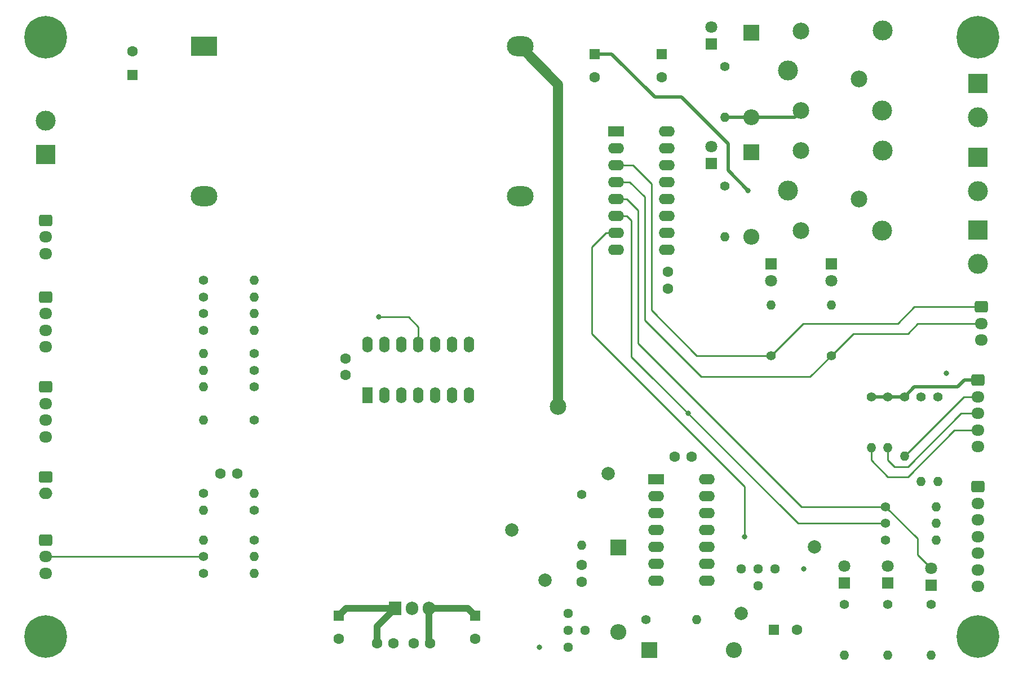
<source format=gbr>
%TF.GenerationSoftware,KiCad,Pcbnew,(6.0.1)*%
%TF.CreationDate,2023-02-05T15:58:28-08:00*%
%TF.ProjectId,Interface Board,496e7465-7266-4616-9365-20426f617264,rev?*%
%TF.SameCoordinates,Original*%
%TF.FileFunction,Copper,L1,Top*%
%TF.FilePolarity,Positive*%
%FSLAX46Y46*%
G04 Gerber Fmt 4.6, Leading zero omitted, Abs format (unit mm)*
G04 Created by KiCad (PCBNEW (6.0.1)) date 2023-02-05 15:58:28*
%MOMM*%
%LPD*%
G01*
G04 APERTURE LIST*
G04 Aperture macros list*
%AMRoundRect*
0 Rectangle with rounded corners*
0 $1 Rounding radius*
0 $2 $3 $4 $5 $6 $7 $8 $9 X,Y pos of 4 corners*
0 Add a 4 corners polygon primitive as box body*
4,1,4,$2,$3,$4,$5,$6,$7,$8,$9,$2,$3,0*
0 Add four circle primitives for the rounded corners*
1,1,$1+$1,$2,$3*
1,1,$1+$1,$4,$5*
1,1,$1+$1,$6,$7*
1,1,$1+$1,$8,$9*
0 Add four rect primitives between the rounded corners*
20,1,$1+$1,$2,$3,$4,$5,0*
20,1,$1+$1,$4,$5,$6,$7,0*
20,1,$1+$1,$6,$7,$8,$9,0*
20,1,$1+$1,$8,$9,$2,$3,0*%
G04 Aperture macros list end*
%TA.AperFunction,ComponentPad*%
%ADD10C,1.440000*%
%TD*%
%TA.AperFunction,ComponentPad*%
%ADD11C,1.400000*%
%TD*%
%TA.AperFunction,ComponentPad*%
%ADD12O,1.400000X1.400000*%
%TD*%
%TA.AperFunction,ComponentPad*%
%ADD13R,1.800000X1.800000*%
%TD*%
%TA.AperFunction,ComponentPad*%
%ADD14C,1.800000*%
%TD*%
%TA.AperFunction,ComponentPad*%
%ADD15RoundRect,0.250000X-0.725000X0.600000X-0.725000X-0.600000X0.725000X-0.600000X0.725000X0.600000X0*%
%TD*%
%TA.AperFunction,ComponentPad*%
%ADD16O,1.950000X1.700000*%
%TD*%
%TA.AperFunction,ComponentPad*%
%ADD17R,1.600000X1.600000*%
%TD*%
%TA.AperFunction,ComponentPad*%
%ADD18C,1.600000*%
%TD*%
%TA.AperFunction,ComponentPad*%
%ADD19R,3.000000X3.000000*%
%TD*%
%TA.AperFunction,ComponentPad*%
%ADD20C,3.000000*%
%TD*%
%TA.AperFunction,ComponentPad*%
%ADD21R,2.400000X2.400000*%
%TD*%
%TA.AperFunction,ComponentPad*%
%ADD22O,2.400000X2.400000*%
%TD*%
%TA.AperFunction,ComponentPad*%
%ADD23C,2.000000*%
%TD*%
%TA.AperFunction,ComponentPad*%
%ADD24R,4.000000X3.000000*%
%TD*%
%TA.AperFunction,ComponentPad*%
%ADD25O,4.000000X3.000000*%
%TD*%
%TA.AperFunction,ComponentPad*%
%ADD26R,1.905000X2.000000*%
%TD*%
%TA.AperFunction,ComponentPad*%
%ADD27O,1.905000X2.000000*%
%TD*%
%TA.AperFunction,ComponentPad*%
%ADD28C,2.500000*%
%TD*%
%TA.AperFunction,ComponentPad*%
%ADD29R,2.400000X1.600000*%
%TD*%
%TA.AperFunction,ComponentPad*%
%ADD30O,2.400000X1.600000*%
%TD*%
%TA.AperFunction,ComponentPad*%
%ADD31C,0.800000*%
%TD*%
%TA.AperFunction,ComponentPad*%
%ADD32C,6.400000*%
%TD*%
%TA.AperFunction,ComponentPad*%
%ADD33R,1.600000X2.400000*%
%TD*%
%TA.AperFunction,ComponentPad*%
%ADD34O,1.600000X2.400000*%
%TD*%
%TA.AperFunction,ComponentPad*%
%ADD35RoundRect,0.250000X-0.750000X0.600000X-0.750000X-0.600000X0.750000X-0.600000X0.750000X0.600000X0*%
%TD*%
%TA.AperFunction,ComponentPad*%
%ADD36O,2.000000X1.700000*%
%TD*%
%TA.AperFunction,ViaPad*%
%ADD37C,2.500000*%
%TD*%
%TA.AperFunction,ViaPad*%
%ADD38C,0.800000*%
%TD*%
%TA.AperFunction,Conductor*%
%ADD39C,0.500000*%
%TD*%
%TA.AperFunction,Conductor*%
%ADD40C,1.000000*%
%TD*%
%TA.AperFunction,Conductor*%
%ADD41C,1.500000*%
%TD*%
%TA.AperFunction,Conductor*%
%ADD42C,0.250000*%
%TD*%
G04 APERTURE END LIST*
D10*
%TO.P,RV1,1,1*%
%TO.N,+5V*%
X114550000Y15125000D03*
%TO.P,RV1,2,2*%
X112010000Y15125000D03*
X112010000Y12585000D03*
%TO.P,RV1,3,3*%
%TO.N,Net-(C11-Pad1)*%
X109470000Y15125000D03*
%TD*%
%TO.P,RV2,1,1*%
%TO.N,Net-(C10-Pad2)*%
X83500000Y8500000D03*
%TO.P,RV2,2,2*%
%TO.N,GND*%
X83500000Y5960000D03*
X86040000Y5960000D03*
%TO.P,RV2,3,3*%
X83500000Y3420000D03*
%TD*%
D11*
%TO.P,R1,1*%
%TO.N,Net-(D1-Pad1)*%
X107000000Y72620000D03*
D12*
%TO.P,R1,2*%
%TO.N,Net-(D2-Pad2)*%
X107000000Y65000000D03*
%TD*%
D11*
%TO.P,R26,1*%
%TO.N,Net-(J11-Pad1)*%
X139000000Y41000000D03*
D12*
%TO.P,R26,2*%
%TO.N,Net-(J11-Pad2)*%
X139000000Y28300000D03*
%TD*%
D13*
%TO.P,D3,1,K*%
%TO.N,Net-(D3-Pad1)*%
X105000000Y94000000D03*
D14*
%TO.P,D3,2,A*%
%TO.N,+12V*%
X105000000Y96540000D03*
%TD*%
D15*
%TO.P,J12,1,Pin_1*%
%TO.N,Net-(J12-Pad1)*%
X145000000Y43500000D03*
D16*
%TO.P,J12,2,Pin_2*%
%TO.N,Net-(J12-Pad2)*%
X145000000Y41000000D03*
%TO.P,J12,3,Pin_3*%
%TO.N,Net-(J12-Pad3)*%
X145000000Y38500000D03*
%TO.P,J12,4,Pin_4*%
%TO.N,Net-(J12-Pad4)*%
X145000000Y36000000D03*
%TO.P,J12,5,Pin_5*%
%TO.N,GND*%
X145000000Y33500000D03*
%TD*%
D11*
%TO.P,R9,1*%
%TO.N,Net-(C3-Pad1)*%
X36310000Y24000000D03*
D12*
%TO.P,R9,2*%
%TO.N,+5V*%
X28690000Y24000000D03*
%TD*%
D17*
%TO.P,C11,1*%
%TO.N,Net-(C11-Pad1)*%
X114347349Y6000000D03*
D18*
%TO.P,C11,2*%
%TO.N,GND*%
X117847349Y6000000D03*
%TD*%
%TO.P,C2,1*%
%TO.N,+5V*%
X102000000Y32000000D03*
%TO.P,C2,2*%
%TO.N,GND*%
X99500000Y32000000D03*
%TD*%
D19*
%TO.P,J4,1,Pin_1*%
%TO.N,Net-(J4-Pad1)*%
X145000000Y88040000D03*
D20*
%TO.P,J4,2,Pin_2*%
%TO.N,GND*%
X145000000Y82960000D03*
%TD*%
D21*
%TO.P,D9,1,K*%
%TO.N,Net-(D9-Pad1)*%
X95650000Y3000000D03*
D22*
%TO.P,D9,2,A*%
%TO.N,Net-(C11-Pad1)*%
X108350000Y3000000D03*
%TD*%
D11*
%TO.P,R10,1*%
%TO.N,Net-(J8-Pad2)*%
X28690000Y26500000D03*
D12*
%TO.P,R10,2*%
%TO.N,Net-(C3-Pad1)*%
X36310000Y26500000D03*
%TD*%
D11*
%TO.P,R5,1*%
%TO.N,Net-(J6-Pad1)*%
X114000000Y47190000D03*
D12*
%TO.P,R5,2*%
%TO.N,Net-(D5-Pad2)*%
X114000000Y54810000D03*
%TD*%
D17*
%TO.P,C8,1*%
%TO.N,+24V*%
X18000000Y89347349D03*
D18*
%TO.P,C8,2*%
%TO.N,GND*%
X18000000Y92847349D03*
%TD*%
D23*
%TO.P,TP5,1,1*%
%TO.N,GND*%
X75000000Y21000000D03*
%TD*%
D11*
%TO.P,R16,1*%
%TO.N,Net-(J12-Pad1)*%
X129000000Y41000000D03*
D12*
%TO.P,R16,2*%
%TO.N,Net-(J12-Pad4)*%
X129000000Y33380000D03*
%TD*%
D24*
%TO.P,PS1,1,+Vin*%
%TO.N,+24V*%
X28767500Y93632500D03*
D25*
%TO.P,PS1,2,-Vin*%
%TO.N,GND*%
X28767500Y71132500D03*
%TO.P,PS1,3,-Vout*%
X76267500Y71132500D03*
%TO.P,PS1,4,+Vout*%
%TO.N,+12V*%
X76267500Y93632500D03*
%TD*%
D11*
%TO.P,R19,1*%
%TO.N,Net-(JP7-Pad2)*%
X85500000Y26310000D03*
D12*
%TO.P,R19,2*%
%TO.N,Net-(C10-Pad1)*%
X85500000Y18690000D03*
%TD*%
D11*
%TO.P,R20,1*%
%TO.N,Net-(R20-Pad1)*%
X95190000Y7500000D03*
D12*
%TO.P,R20,2*%
%TO.N,Net-(D9-Pad1)*%
X102810000Y7500000D03*
%TD*%
D11*
%TO.P,R8,1*%
%TO.N,Net-(J6-Pad2)*%
X123000000Y47190000D03*
D12*
%TO.P,R8,2*%
%TO.N,Net-(D6-Pad2)*%
X123000000Y54810000D03*
%TD*%
D13*
%TO.P,D7,1,K*%
%TO.N,Net-(D7-Pad1)*%
X138000000Y12725000D03*
D14*
%TO.P,D7,2,A*%
%TO.N,Net-(D7-Pad2)*%
X138000000Y15265000D03*
%TD*%
D11*
%TO.P,R11,1*%
%TO.N,Net-(D7-Pad1)*%
X138000000Y9810000D03*
D12*
%TO.P,R11,2*%
%TO.N,GND*%
X138000000Y2190000D03*
%TD*%
D11*
%TO.P,R15,1*%
%TO.N,Net-(D8-Pad1)*%
X131500000Y9810000D03*
D12*
%TO.P,R15,2*%
%TO.N,GND*%
X131500000Y2190000D03*
%TD*%
D11*
%TO.P,R25,1*%
%TO.N,Net-(J11-Pad1)*%
X136500000Y41000000D03*
D12*
%TO.P,R25,2*%
%TO.N,Net-(J11-Pad3)*%
X136500000Y28300000D03*
%TD*%
D23*
%TO.P,TP4,1,1*%
%TO.N,Net-(C11-Pad1)*%
X109500000Y8500000D03*
%TD*%
D26*
%TO.P,U3,1,IN*%
%TO.N,+12V*%
X57460000Y9270000D03*
D27*
%TO.P,U3,2,GND*%
%TO.N,GND*%
X60000000Y9270000D03*
%TO.P,U3,3,OUT*%
%TO.N,+5V*%
X62540000Y9270000D03*
%TD*%
D20*
%TO.P,K2,1*%
%TO.N,Net-(JP2-Pad2)*%
X116500000Y90000000D03*
D28*
%TO.P,K2,2*%
%TO.N,Net-(D4-Pad2)*%
X118450000Y83950000D03*
D20*
%TO.P,K2,3*%
%TO.N,Net-(J4-Pad1)*%
X130650000Y83950000D03*
%TO.P,K2,4*%
%TO.N,unconnected-(K2-Pad4)*%
X130700000Y96000000D03*
D28*
%TO.P,K2,5*%
%TO.N,+12V*%
X118450000Y95950000D03*
%TD*%
D11*
%TO.P,R13,1*%
%TO.N,Net-(J9-Pad2)*%
X28690000Y17000000D03*
D12*
%TO.P,R13,2*%
%TO.N,Net-(R12-Pad1)*%
X36310000Y17000000D03*
%TD*%
D29*
%TO.P,U1,1,I1*%
%TO.N,Net-(R27-Pad2)*%
X90700000Y80900000D03*
D30*
%TO.P,U1,2,I2*%
%TO.N,Net-(R28-Pad2)*%
X90700000Y78360000D03*
%TO.P,U1,3,I3*%
%TO.N,Net-(J6-Pad1)*%
X90700000Y75820000D03*
%TO.P,U1,4,I4*%
%TO.N,Net-(J6-Pad2)*%
X90700000Y73280000D03*
%TO.P,U1,5,I5*%
%TO.N,Net-(D7-Pad2)*%
X90700000Y70740000D03*
%TO.P,U1,6,I6*%
%TO.N,Net-(D8-Pad2)*%
X90700000Y68200000D03*
%TO.P,U1,7,I7*%
%TO.N,Net-(D10-Pad2)*%
X90700000Y65660000D03*
%TO.P,U1,8,GND*%
%TO.N,GND*%
X90700000Y63120000D03*
%TO.P,U1,9,COM*%
%TO.N,+12V*%
X98320000Y63120000D03*
%TO.P,U1,10,O7*%
%TO.N,Net-(J12-Pad4)*%
X98320000Y65660000D03*
%TO.P,U1,11,O6*%
%TO.N,Net-(J12-Pad3)*%
X98320000Y68200000D03*
%TO.P,U1,12,O5*%
%TO.N,Net-(J12-Pad2)*%
X98320000Y70740000D03*
%TO.P,U1,13,O4*%
%TO.N,Net-(J11-Pad3)*%
X98320000Y73280000D03*
%TO.P,U1,14,O3*%
%TO.N,Net-(J11-Pad2)*%
X98320000Y75820000D03*
%TO.P,U1,15,O2*%
%TO.N,Net-(D2-Pad2)*%
X98320000Y78360000D03*
%TO.P,U1,16,O1*%
%TO.N,Net-(D4-Pad2)*%
X98320000Y80900000D03*
%TD*%
D21*
%TO.P,D4,1,K*%
%TO.N,+12V*%
X111000000Y95700000D03*
D22*
%TO.P,D4,2,A*%
%TO.N,Net-(D4-Pad2)*%
X111000000Y83000000D03*
%TD*%
D11*
%TO.P,R12,1*%
%TO.N,Net-(R12-Pad1)*%
X36310000Y19500000D03*
D12*
%TO.P,R12,2*%
%TO.N,+5V*%
X28690000Y19500000D03*
%TD*%
D21*
%TO.P,D11,1,K*%
%TO.N,Net-(C10-Pad2)*%
X91000000Y18350000D03*
D22*
%TO.P,D11,2,A*%
%TO.N,GND*%
X91000000Y5650000D03*
%TD*%
D15*
%TO.P,J3,1,Pin_1*%
%TO.N,/RELAY_IN_1*%
X5000000Y67500000D03*
D16*
%TO.P,J3,2,Pin_2*%
%TO.N,/RELAY_IN_2*%
X5000000Y65000000D03*
%TO.P,J3,3,Pin_3*%
%TO.N,GND*%
X5000000Y62500000D03*
%TD*%
D18*
%TO.P,C3,1*%
%TO.N,Net-(C3-Pad1)*%
X33750000Y29500000D03*
%TO.P,C3,2*%
%TO.N,GND*%
X31250000Y29500000D03*
%TD*%
D17*
%TO.P,C6,1*%
%TO.N,+5V*%
X69500000Y8152651D03*
D18*
%TO.P,C6,2*%
%TO.N,GND*%
X69500000Y4652651D03*
%TD*%
D11*
%TO.P,R23,1*%
%TO.N,Net-(D8-Pad2)*%
X131190000Y22000000D03*
D12*
%TO.P,R23,2*%
%TO.N,Net-(J11-Pad5)*%
X138810000Y22000000D03*
%TD*%
D13*
%TO.P,D5,1,K*%
%TO.N,GND*%
X114000000Y61000000D03*
D14*
%TO.P,D5,2,A*%
%TO.N,Net-(D5-Pad2)*%
X114000000Y58460000D03*
%TD*%
D23*
%TO.P,TP3,1,1*%
%TO.N,Net-(C10-Pad2)*%
X80000000Y13500000D03*
%TD*%
D11*
%TO.P,R29,1*%
%TO.N,/RELAY_IN_1*%
X28690000Y58500000D03*
D12*
%TO.P,R29,2*%
%TO.N,GND*%
X36310000Y58500000D03*
%TD*%
D20*
%TO.P,K1,1*%
%TO.N,Net-(JP1-Pad2)*%
X116500000Y72000000D03*
D28*
%TO.P,K1,2*%
%TO.N,Net-(D2-Pad2)*%
X118450000Y65950000D03*
D20*
%TO.P,K1,3*%
%TO.N,Net-(J2-Pad1)*%
X130650000Y65950000D03*
%TO.P,K1,4*%
%TO.N,unconnected-(K1-Pad4)*%
X130700000Y78000000D03*
D28*
%TO.P,K1,5*%
%TO.N,+12V*%
X118450000Y77950000D03*
%TD*%
D19*
%TO.P,J2,1,Pin_1*%
%TO.N,Net-(J2-Pad1)*%
X145000000Y77000000D03*
D20*
%TO.P,J2,2,Pin_2*%
%TO.N,GND*%
X145000000Y71920000D03*
%TD*%
D31*
%TO.P,H5,1*%
%TO.N,N/C*%
X6697056Y93302944D03*
X6697056Y96697056D03*
X7400000Y95000000D03*
D32*
X5000000Y95000000D03*
D31*
X5000000Y97400000D03*
X2600000Y95000000D03*
X3302944Y96697056D03*
X5000000Y92600000D03*
X3302944Y93302944D03*
%TD*%
D15*
%TO.P,J7,1,Pin_1*%
%TO.N,/LSW_Y*%
X5000000Y56000000D03*
D16*
%TO.P,J7,2,Pin_2*%
%TO.N,GND*%
X5000000Y53500000D03*
%TO.P,J7,3,Pin_3*%
%TO.N,Net-(J7-Pad3)*%
X5000000Y51000000D03*
%TO.P,J7,4,Pin_4*%
%TO.N,GND*%
X5000000Y48500000D03*
%TD*%
D13*
%TO.P,D6,1,K*%
%TO.N,GND*%
X123000000Y61000000D03*
D14*
%TO.P,D6,2,A*%
%TO.N,Net-(D6-Pad2)*%
X123000000Y58460000D03*
%TD*%
D11*
%TO.P,R28,1*%
%TO.N,/RELAY_IN_2*%
X28690000Y53500000D03*
D12*
%TO.P,R28,2*%
%TO.N,Net-(R28-Pad2)*%
X36310000Y53500000D03*
%TD*%
D11*
%TO.P,R14,1*%
%TO.N,GND*%
X28690000Y14500000D03*
D12*
%TO.P,R14,2*%
%TO.N,Net-(R12-Pad1)*%
X36310000Y14500000D03*
%TD*%
D31*
%TO.P,H2,1*%
%TO.N,N/C*%
X143302944Y96697056D03*
X145000000Y92600000D03*
X143302944Y93302944D03*
X147400000Y95000000D03*
X146697056Y93302944D03*
X145000000Y97400000D03*
D32*
X145000000Y95000000D03*
D31*
X146697056Y96697056D03*
X142600000Y95000000D03*
%TD*%
D33*
%TO.P,U2,1*%
%TO.N,Net-(C3-Pad1)*%
X53375000Y41200000D03*
D34*
%TO.P,U2,2*%
%TO.N,Net-(JP3-Pad1)*%
X55915000Y41200000D03*
%TO.P,U2,3*%
%TO.N,Net-(R12-Pad1)*%
X58455000Y41200000D03*
%TO.P,U2,4*%
%TO.N,Net-(JP4-Pad1)*%
X60995000Y41200000D03*
%TO.P,U2,5*%
X63535000Y41200000D03*
%TO.P,U2,6*%
%TO.N,Net-(JP4-Pad3)*%
X66075000Y41200000D03*
%TO.P,U2,7,GND*%
%TO.N,GND*%
X68615000Y41200000D03*
%TO.P,U2,8*%
%TO.N,Net-(JP3-Pad3)*%
X68615000Y48820000D03*
%TO.P,U2,9*%
%TO.N,Net-(JP3-Pad1)*%
X66075000Y48820000D03*
%TO.P,U2,10*%
%TO.N,Net-(J6-Pad2)*%
X63535000Y48820000D03*
%TO.P,U2,11*%
%TO.N,/LSW_Y*%
X60995000Y48820000D03*
%TO.P,U2,12*%
%TO.N,Net-(J6-Pad1)*%
X58455000Y48820000D03*
%TO.P,U2,13*%
%TO.N,/LSW_X*%
X55915000Y48820000D03*
%TO.P,U2,14,VCC*%
%TO.N,+5V*%
X53375000Y48820000D03*
%TD*%
D18*
%TO.P,C1,1*%
%TO.N,+12V*%
X98500000Y59750000D03*
%TO.P,C1,2*%
%TO.N,GND*%
X98500000Y57250000D03*
%TD*%
D23*
%TO.P,TP1,1,1*%
%TO.N,Net-(D10-Pad2)*%
X120500000Y18500000D03*
%TD*%
D15*
%TO.P,J5,1,Pin_1*%
%TO.N,/LSW_X*%
X5000000Y42500000D03*
D16*
%TO.P,J5,2,Pin_2*%
%TO.N,GND*%
X5000000Y40000000D03*
%TO.P,J5,3,Pin_3*%
%TO.N,Net-(J5-Pad3)*%
X5000000Y37500000D03*
%TO.P,J5,4,Pin_4*%
%TO.N,GND*%
X5000000Y35000000D03*
%TD*%
D11*
%TO.P,R3,1*%
%TO.N,+5V*%
X36310000Y42500000D03*
D12*
%TO.P,R3,2*%
%TO.N,/LSW_X*%
X28690000Y42500000D03*
%TD*%
D11*
%TO.P,R24,1*%
%TO.N,Net-(D10-Pad2)*%
X131190000Y19500000D03*
D12*
%TO.P,R24,2*%
%TO.N,Net-(J11-Pad6)*%
X138810000Y19500000D03*
%TD*%
D11*
%TO.P,R22,1*%
%TO.N,Net-(D7-Pad2)*%
X131190000Y24500000D03*
D12*
%TO.P,R22,2*%
%TO.N,Net-(J11-Pad4)*%
X138810000Y24500000D03*
%TD*%
D11*
%TO.P,R21,1*%
%TO.N,Net-(D10-Pad1)*%
X125000000Y9810000D03*
D12*
%TO.P,R21,2*%
%TO.N,GND*%
X125000000Y2190000D03*
%TD*%
D18*
%TO.P,C5,1*%
%TO.N,+12V*%
X54750000Y4000000D03*
%TO.P,C5,2*%
%TO.N,GND*%
X57250000Y4000000D03*
%TD*%
D11*
%TO.P,R2,1*%
%TO.N,+5V*%
X36310000Y37500000D03*
D12*
%TO.P,R2,2*%
%TO.N,Net-(J5-Pad3)*%
X28690000Y37500000D03*
%TD*%
D19*
%TO.P,J10,1,Pin_1*%
%TO.N,+12V*%
X145000000Y66040000D03*
D20*
%TO.P,J10,2,Pin_2*%
%TO.N,GND*%
X145000000Y60960000D03*
%TD*%
D17*
%TO.P,C13,1*%
%TO.N,+12V*%
X87500000Y92500000D03*
D18*
%TO.P,C13,2*%
%TO.N,GND*%
X87500000Y89000000D03*
%TD*%
D15*
%TO.P,J11,1,Pin_1*%
%TO.N,Net-(J11-Pad1)*%
X145000000Y27500000D03*
D16*
%TO.P,J11,2,Pin_2*%
%TO.N,Net-(J11-Pad2)*%
X145000000Y25000000D03*
%TO.P,J11,3,Pin_3*%
%TO.N,Net-(J11-Pad3)*%
X145000000Y22500000D03*
%TO.P,J11,4,Pin_4*%
%TO.N,Net-(J11-Pad4)*%
X145000000Y20000000D03*
%TO.P,J11,5,Pin_5*%
%TO.N,Net-(J11-Pad5)*%
X145000000Y17500000D03*
%TO.P,J11,6,Pin_6*%
%TO.N,Net-(J11-Pad6)*%
X145000000Y15000000D03*
%TO.P,J11,7,Pin_7*%
%TO.N,GND*%
X145000000Y12500000D03*
%TD*%
D15*
%TO.P,J6,1,Pin_1*%
%TO.N,Net-(J6-Pad1)*%
X145525000Y54500000D03*
D16*
%TO.P,J6,2,Pin_2*%
%TO.N,Net-(J6-Pad2)*%
X145525000Y52000000D03*
%TO.P,J6,3,Pin_3*%
%TO.N,GND*%
X145525000Y49500000D03*
%TD*%
D29*
%TO.P,U4,1*%
%TO.N,Net-(D8-Pad2)*%
X96700000Y28625000D03*
D30*
%TO.P,U4,2*%
%TO.N,Net-(JP7-Pad1)*%
X96700000Y26085000D03*
%TO.P,U4,3*%
X96700000Y23545000D03*
%TO.P,U4,4*%
%TO.N,Net-(JP7-Pad3)*%
X96700000Y21005000D03*
%TO.P,U4,5*%
%TO.N,Net-(C10-Pad2)*%
X96700000Y18465000D03*
%TO.P,U4,6*%
%TO.N,Net-(R20-Pad1)*%
X96700000Y15925000D03*
%TO.P,U4,7,GND*%
%TO.N,GND*%
X96700000Y13385000D03*
%TO.P,U4,8*%
%TO.N,Net-(JP6-Pad1)*%
X104320000Y13385000D03*
%TO.P,U4,9*%
%TO.N,Net-(C11-Pad1)*%
X104320000Y15925000D03*
%TO.P,U4,10*%
%TO.N,Net-(JP6-Pad3)*%
X104320000Y18465000D03*
%TO.P,U4,11*%
%TO.N,Net-(JP6-Pad1)*%
X104320000Y21005000D03*
%TO.P,U4,12*%
%TO.N,unconnected-(U4-Pad12)*%
X104320000Y23545000D03*
%TO.P,U4,13*%
%TO.N,GND*%
X104320000Y26085000D03*
%TO.P,U4,14,VCC*%
%TO.N,+5V*%
X104320000Y28625000D03*
%TD*%
D11*
%TO.P,R4,1*%
%TO.N,Net-(D3-Pad1)*%
X107000000Y90620000D03*
D12*
%TO.P,R4,2*%
%TO.N,Net-(D4-Pad2)*%
X107000000Y83000000D03*
%TD*%
D17*
%TO.P,C4,1*%
%TO.N,+12V*%
X49000000Y8152651D03*
D18*
%TO.P,C4,2*%
%TO.N,GND*%
X49000000Y4652651D03*
%TD*%
%TO.P,C12,1*%
%TO.N,+5V*%
X50000000Y46750000D03*
%TO.P,C12,2*%
%TO.N,GND*%
X50000000Y44250000D03*
%TD*%
D11*
%TO.P,R30,1*%
%TO.N,/RELAY_IN_2*%
X28690000Y51000000D03*
D12*
%TO.P,R30,2*%
%TO.N,GND*%
X36310000Y51000000D03*
%TD*%
D11*
%TO.P,R18,1*%
%TO.N,Net-(J12-Pad1)*%
X134000000Y41000000D03*
D12*
%TO.P,R18,2*%
%TO.N,Net-(J12-Pad2)*%
X134000000Y32110000D03*
%TD*%
D23*
%TO.P,TP2,1,1*%
%TO.N,Net-(JP7-Pad1)*%
X89500000Y29500000D03*
%TD*%
D11*
%TO.P,R7,1*%
%TO.N,+5V*%
X36310000Y47500000D03*
D12*
%TO.P,R7,2*%
%TO.N,/LSW_Y*%
X28690000Y47500000D03*
%TD*%
D13*
%TO.P,D8,1,K*%
%TO.N,Net-(D8-Pad1)*%
X131500000Y13000000D03*
D14*
%TO.P,D8,2,A*%
%TO.N,Net-(D8-Pad2)*%
X131500000Y15540000D03*
%TD*%
D17*
%TO.P,C9,1*%
%TO.N,+24V*%
X97500000Y92500000D03*
D18*
%TO.P,C9,2*%
%TO.N,GND*%
X97500000Y89000000D03*
%TD*%
D11*
%TO.P,R6,1*%
%TO.N,+5V*%
X36310000Y45000000D03*
D12*
%TO.P,R6,2*%
%TO.N,Net-(J7-Pad3)*%
X28690000Y45000000D03*
%TD*%
D19*
%TO.P,J1,1,Pin_1*%
%TO.N,+24V*%
X5000000Y77420000D03*
D20*
%TO.P,J1,2,Pin_2*%
%TO.N,GND*%
X5000000Y82500000D03*
%TD*%
D31*
%TO.P,H6,1*%
%TO.N,N/C*%
X5000000Y2600000D03*
X2600000Y5000000D03*
X5000000Y7400000D03*
X6697056Y3302944D03*
X3302944Y6697056D03*
X6697056Y6697056D03*
X7400000Y5000000D03*
X3302944Y3302944D03*
D32*
X5000000Y5000000D03*
%TD*%
D13*
%TO.P,D1,1,K*%
%TO.N,Net-(D1-Pad1)*%
X105000000Y76000000D03*
D14*
%TO.P,D1,2,A*%
%TO.N,+12V*%
X105000000Y78540000D03*
%TD*%
D15*
%TO.P,J9,1,Pin_1*%
%TO.N,Net-(J9-Pad1)*%
X5000000Y19500000D03*
D16*
%TO.P,J9,2,Pin_2*%
%TO.N,Net-(J9-Pad2)*%
X5000000Y17000000D03*
%TO.P,J9,3,Pin_3*%
%TO.N,GND*%
X5000000Y14500000D03*
%TD*%
D35*
%TO.P,J8,1,Pin_1*%
%TO.N,GND*%
X5000000Y29000000D03*
D36*
%TO.P,J8,2,Pin_2*%
%TO.N,Net-(J8-Pad2)*%
X5000000Y26500000D03*
%TD*%
D11*
%TO.P,R27,1*%
%TO.N,/RELAY_IN_1*%
X28690000Y56000000D03*
D12*
%TO.P,R27,2*%
%TO.N,Net-(R27-Pad2)*%
X36310000Y56000000D03*
%TD*%
D18*
%TO.P,C7,1*%
%TO.N,+5V*%
X62750000Y4000000D03*
%TO.P,C7,2*%
%TO.N,GND*%
X60250000Y4000000D03*
%TD*%
D31*
%TO.P,H1,1*%
%TO.N,N/C*%
X146697056Y3302944D03*
X147400000Y5000000D03*
X143302944Y3302944D03*
X142600000Y5000000D03*
X145000000Y2600000D03*
X146697056Y6697056D03*
X145000000Y7400000D03*
X143302944Y6697056D03*
D32*
X145000000Y5000000D03*
%TD*%
D21*
%TO.P,D2,1,K*%
%TO.N,+12V*%
X111000000Y77700000D03*
D22*
%TO.P,D2,2,A*%
%TO.N,Net-(D2-Pad2)*%
X111000000Y65000000D03*
%TD*%
D13*
%TO.P,D10,1,K*%
%TO.N,Net-(D10-Pad1)*%
X125000000Y13000000D03*
D14*
%TO.P,D10,2,A*%
%TO.N,Net-(D10-Pad2)*%
X125000000Y15540000D03*
%TD*%
D11*
%TO.P,R17,1*%
%TO.N,Net-(J12-Pad1)*%
X131500000Y41000000D03*
D12*
%TO.P,R17,2*%
%TO.N,Net-(J12-Pad3)*%
X131500000Y33380000D03*
%TD*%
D18*
%TO.P,C10,1*%
%TO.N,Net-(C10-Pad1)*%
X85500000Y15750000D03*
%TO.P,C10,2*%
%TO.N,Net-(C10-Pad2)*%
X85500000Y13250000D03*
%TD*%
D37*
%TO.N,+12V*%
X82000000Y39500000D03*
D38*
X110500000Y72000000D03*
%TO.N,GND*%
X79175000Y3420000D03*
%TO.N,+5V*%
X140300000Y44500000D03*
X118875000Y15125000D03*
D37*
%TO.N,+24V*%
X127200000Y88700000D03*
X127200000Y70700000D03*
D38*
%TO.N,Net-(D10-Pad2)*%
X110000000Y20000000D03*
%TO.N,/LSW_Y*%
X55000000Y53000000D03*
%TO.N,Net-(D8-Pad2)*%
X101500000Y38500000D03*
%TD*%
D39*
%TO.N,+12V*%
X107500000Y79000000D02*
X100500000Y86000000D01*
X100500000Y86000000D02*
X96500000Y86000000D01*
X110500000Y72000000D02*
X107500000Y75000000D01*
X107500000Y75000000D02*
X107500000Y79000000D01*
X90000000Y92500000D02*
X87500000Y92500000D01*
D40*
X50117349Y9270000D02*
X49000000Y8152651D01*
D39*
X96500000Y86000000D02*
X90000000Y92500000D01*
D40*
X57460000Y9270000D02*
X50117349Y9270000D01*
D41*
X82000000Y39500000D02*
X82000000Y87900000D01*
D40*
X54750000Y6560000D02*
X57460000Y9270000D01*
D41*
X82000000Y87900000D02*
X76267500Y93632500D01*
D40*
X54750000Y4000000D02*
X54750000Y6560000D01*
%TO.N,+5V*%
X62540000Y4210000D02*
X62750000Y4000000D01*
X62540000Y9270000D02*
X62540000Y4210000D01*
X68382651Y9270000D02*
X69500000Y8152651D01*
X62540000Y9270000D02*
X68382651Y9270000D01*
D42*
%TO.N,Net-(J9-Pad2)*%
X28690000Y17000000D02*
X5000000Y17000000D01*
%TO.N,Net-(D10-Pad2)*%
X89160000Y65660000D02*
X87000000Y63500000D01*
X90700000Y65660000D02*
X89160000Y65660000D01*
X110000000Y27500000D02*
X110000000Y20000000D01*
X87000000Y63500000D02*
X87000000Y50500000D01*
X87000000Y50500000D02*
X110000000Y27500000D01*
D39*
%TO.N,Net-(J12-Pad1)*%
X135500000Y42500000D02*
X134000000Y41000000D01*
X143000000Y43500000D02*
X142000000Y42500000D01*
X134000000Y41000000D02*
X129000000Y41000000D01*
X142000000Y42500000D02*
X135500000Y42500000D01*
X145000000Y43500000D02*
X143000000Y43500000D01*
%TO.N,Net-(D4-Pad2)*%
X117500000Y83000000D02*
X118450000Y83950000D01*
X107000000Y83000000D02*
X117500000Y83000000D01*
D42*
%TO.N,/LSW_Y*%
X60995000Y51505000D02*
X59500000Y53000000D01*
X59500000Y53000000D02*
X55000000Y53000000D01*
X60995000Y48820000D02*
X60995000Y51505000D01*
%TO.N,Net-(J12-Pad2)*%
X142890000Y41000000D02*
X145000000Y41000000D01*
X134000000Y32110000D02*
X142890000Y41000000D01*
%TO.N,Net-(J12-Pad3)*%
X131500000Y31500000D02*
X131500000Y33380000D01*
X142500000Y38500000D02*
X134500000Y30500000D01*
X145000000Y38500000D02*
X142500000Y38500000D01*
X132500000Y30500000D02*
X131500000Y31500000D01*
X134500000Y30500000D02*
X132500000Y30500000D01*
%TO.N,Net-(J12-Pad4)*%
X131500000Y29000000D02*
X134500000Y29000000D01*
X141500000Y36000000D02*
X145000000Y36000000D01*
X129000000Y33380000D02*
X129000000Y31500000D01*
X129000000Y31500000D02*
X131500000Y29000000D01*
X134500000Y29000000D02*
X141500000Y36000000D01*
%TO.N,Net-(D7-Pad2)*%
X94000000Y69000000D02*
X92260000Y70740000D01*
X136000000Y17265000D02*
X136000000Y19690000D01*
X94000000Y49000000D02*
X94000000Y69000000D01*
X136000000Y19690000D02*
X131190000Y24500000D01*
X92260000Y70740000D02*
X90700000Y70740000D01*
X138000000Y15265000D02*
X136000000Y17265000D01*
X118500000Y24500000D02*
X94000000Y49000000D01*
X131190000Y24500000D02*
X118500000Y24500000D01*
%TO.N,Net-(J6-Pad1)*%
X114000000Y47190000D02*
X118810000Y52000000D01*
X96000000Y54000000D02*
X102810000Y47190000D01*
X135500000Y54500000D02*
X145525000Y54500000D01*
X96000000Y73000000D02*
X96000000Y54000000D01*
X133000000Y52000000D02*
X135500000Y54500000D01*
X102810000Y47190000D02*
X114000000Y47190000D01*
X93180000Y75820000D02*
X96000000Y73000000D01*
X118810000Y52000000D02*
X133000000Y52000000D01*
X90700000Y75820000D02*
X93180000Y75820000D01*
%TO.N,Net-(J6-Pad2)*%
X119810000Y44000000D02*
X123000000Y47190000D01*
X95000000Y52500000D02*
X103500000Y44000000D01*
X126310000Y50500000D02*
X123000000Y47190000D01*
X134500000Y50500000D02*
X126310000Y50500000D01*
X95000000Y71000000D02*
X95000000Y52500000D01*
X136000000Y52000000D02*
X134500000Y50500000D01*
X90700000Y73280000D02*
X92720000Y73280000D01*
X145525000Y52000000D02*
X136000000Y52000000D01*
X92720000Y73280000D02*
X95000000Y71000000D01*
X103500000Y44000000D02*
X119810000Y44000000D01*
%TO.N,Net-(D8-Pad2)*%
X93000000Y67500000D02*
X92300000Y68200000D01*
X118000000Y22000000D02*
X93000000Y47000000D01*
X131190000Y22000000D02*
X118000000Y22000000D01*
X93000000Y47000000D02*
X93000000Y67500000D01*
X92300000Y68200000D02*
X90700000Y68200000D01*
%TD*%
M02*

</source>
